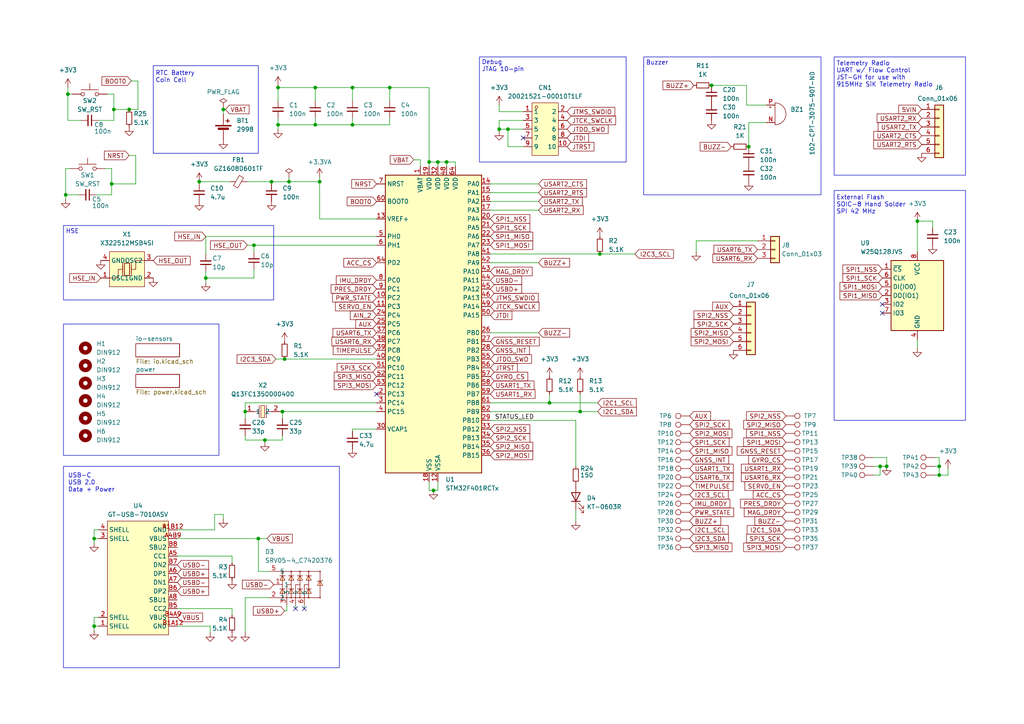
<source format=kicad_sch>
(kicad_sch (version 20230121) (generator eeschema)
  (paper "A4")
  (junction (at 74.93 156.21))
  (junction (at 37.465 31.75))
  (junction (at 81.915 119.38))
  (junction (at 19.05 56.515))
  (junction (at 80.645 36.195))
  (junction (at 80.645 25.4))
  (junction (at 73.66 71.12))
  (junction (at 159.385 116.84))
  (junction (at 125.73 142.24))
  (junction (at 32.385 53.34))
  (junction (at 33.02 31.75))
  (junction (at 102.235 36.195))
  (junction (at 129.54 46.99))
  (junction (at 19.685 27.305))
  (junction (at 78.74 52.705))
  (junction (at 64.77 31.75))
  (junction (at 91.44 36.195))
  (junction (at 113.03 25.4))
  (junction (at 257.175 135.255))
  (junction (at 173.99 73.66))
  (junction (at 168.275 119.38))
  (junction (at 127 46.99))
  (junction (at 124.46 46.99))
  (junction (at 71.12 119.38))
  (junction (at 27.305 156.21))
  (junction (at 59.69 80.645))
  (junction (at 27.305 181.61))
  (junction (at 144.78 37.465))
  (junction (at 83.82 52.705))
  (junction (at 266.065 64.135))
  (junction (at 82.55 104.14))
  (junction (at 76.835 127.635))
  (junction (at 217.17 42.545))
  (junction (at 92.71 52.705))
  (junction (at 147.32 37.465))
  (junction (at 102.235 25.4))
  (junction (at 255.27 135.255))
  (junction (at 272.415 135.255))
  (junction (at 272.415 137.795))
  (junction (at 206.375 24.765))
  (junction (at 57.785 52.705))
  (junction (at 91.44 25.4))
  (no_connect (at 151.765 40.005))
  (no_connect (at 109.22 114.3))
  (no_connect (at 255.905 90.805))
  (no_connect (at 255.905 88.265))
  (no_connect (at 85.725 176.53))
  (no_connect (at 88.265 176.53))
  (wire (pts (xy 156.21 53.34) (xy 142.24 53.34)))
  (wire (pts (xy 91.44 25.4) (xy 102.235 25.4)))
  (wire (pts (xy 168.275 119.38) (xy 142.24 119.38)))
  (wire (pts (xy 102.235 34.29) (xy 102.235 36.195)))
  (wire (pts (xy 92.71 63.5) (xy 92.71 52.705)))
  (wire (pts (xy 167.005 147.955) (xy 167.005 151.13)))
  (wire (pts (xy 144.78 32.385) (xy 144.78 30.48)))
  (wire (pts (xy 83.185 175.645) (xy 83.185 177.165)))
  (wire (pts (xy 159.385 114.3) (xy 159.385 116.84)))
  (wire (pts (xy 59.69 80.645) (xy 73.66 80.645)))
  (wire (pts (xy 81.915 121.285) (xy 81.915 119.38)))
  (wire (pts (xy 33.02 34.925) (xy 33.02 31.75)))
  (wire (pts (xy 39.37 45.085) (xy 37.465 45.085)))
  (wire (pts (xy 109.22 71.12) (xy 73.66 71.12)))
  (wire (pts (xy 77.47 156.21) (xy 74.93 156.21)))
  (wire (pts (xy 102.235 25.4) (xy 102.235 29.21)))
  (wire (pts (xy 39.37 45.085) (xy 39.37 53.34)))
  (wire (pts (xy 33.02 31.75) (xy 37.465 31.75)))
  (wire (pts (xy 92.71 51.435) (xy 92.71 52.705)))
  (wire (pts (xy 206.375 24.765) (xy 216.535 24.765)))
  (wire (pts (xy 147.32 37.465) (xy 144.78 37.465)))
  (wire (pts (xy 28.575 181.61) (xy 27.305 181.61)))
  (wire (pts (xy 27.305 153.67) (xy 27.305 156.21)))
  (wire (pts (xy 253.365 137.795) (xy 255.27 137.795)))
  (wire (pts (xy 91.44 36.195) (xy 102.235 36.195)))
  (wire (pts (xy 74.93 165.735) (xy 78.105 165.735)))
  (wire (pts (xy 19.05 57.785) (xy 19.05 56.515)))
  (wire (pts (xy 64.77 149.225) (xy 64.77 150.495)))
  (wire (pts (xy 156.21 96.52) (xy 142.24 96.52)))
  (wire (pts (xy 28.575 153.67) (xy 27.305 153.67)))
  (wire (pts (xy 173.355 116.84) (xy 159.385 116.84)))
  (wire (pts (xy 66.675 52.705) (xy 57.785 52.705)))
  (wire (pts (xy 121.92 46.355) (xy 120.015 46.355)))
  (wire (pts (xy 156.21 76.2) (xy 142.24 76.2)))
  (wire (pts (xy 274.955 137.795) (xy 274.955 135.89)))
  (wire (pts (xy 81.915 119.38) (xy 109.22 119.38)))
  (wire (pts (xy 102.235 124.46) (xy 102.235 125.095)))
  (wire (pts (xy 271.145 132.715) (xy 272.415 132.715)))
  (wire (pts (xy 20.955 27.305) (xy 19.685 27.305)))
  (wire (pts (xy 64.77 31.115) (xy 64.77 31.75)))
  (wire (pts (xy 216.535 30.48) (xy 222.25 30.48)))
  (wire (pts (xy 127 48.26) (xy 127 46.99)))
  (wire (pts (xy 59.69 81.915) (xy 59.69 80.645)))
  (wire (pts (xy 67.31 163.195) (xy 67.31 161.29)))
  (wire (pts (xy 109.22 63.5) (xy 92.71 63.5)))
  (wire (pts (xy 201.93 73.025) (xy 201.93 69.85)))
  (wire (pts (xy 109.22 124.46) (xy 102.235 124.46)))
  (wire (pts (xy 80.645 36.195) (xy 91.44 36.195)))
  (wire (pts (xy 80.01 104.14) (xy 82.55 104.14)))
  (wire (pts (xy 31.115 27.305) (xy 33.02 27.305)))
  (wire (pts (xy 127 46.99) (xy 129.54 46.99)))
  (wire (pts (xy 28.575 156.21) (xy 27.305 156.21)))
  (wire (pts (xy 253.365 135.255) (xy 255.27 135.255)))
  (wire (pts (xy 91.44 25.4) (xy 91.44 29.21)))
  (wire (pts (xy 167.005 121.92) (xy 167.005 135.255)))
  (wire (pts (xy 266.065 73.025) (xy 266.065 64.135)))
  (wire (pts (xy 144.78 34.925) (xy 144.78 37.465)))
  (wire (pts (xy 142.24 121.92) (xy 167.005 121.92)))
  (wire (pts (xy 73.66 71.12) (xy 71.755 71.12)))
  (wire (pts (xy 28.575 179.07) (xy 27.305 179.07)))
  (wire (pts (xy 272.415 132.715) (xy 272.415 135.255)))
  (wire (pts (xy 73.66 78.105) (xy 73.66 80.645)))
  (wire (pts (xy 19.05 56.515) (xy 22.86 56.515)))
  (wire (pts (xy 74.93 156.21) (xy 74.93 165.735)))
  (wire (pts (xy 19.05 48.895) (xy 19.05 56.515)))
  (wire (pts (xy 144.78 37.465) (xy 144.78 38.1)))
  (wire (pts (xy 151.765 37.465) (xy 147.32 37.465)))
  (wire (pts (xy 216.535 24.765) (xy 216.535 30.48)))
  (wire (pts (xy 102.235 25.4) (xy 113.03 25.4)))
  (wire (pts (xy 71.12 183.515) (xy 71.12 173.355)))
  (wire (pts (xy 201.93 69.85) (xy 219.71 69.85)))
  (wire (pts (xy 124.46 142.24) (xy 125.73 142.24)))
  (wire (pts (xy 62.23 149.225) (xy 64.77 149.225)))
  (wire (pts (xy 67.31 178.435) (xy 67.31 176.53)))
  (wire (pts (xy 85.725 175.645) (xy 85.725 176.53)))
  (wire (pts (xy 76.835 127.635) (xy 71.12 127.635)))
  (wire (pts (xy 270.51 64.135) (xy 270.51 66.04)))
  (wire (pts (xy 217.17 35.56) (xy 217.17 42.545)))
  (wire (pts (xy 124.46 46.99) (xy 127 46.99)))
  (wire (pts (xy 83.82 51.435) (xy 83.82 52.705)))
  (wire (pts (xy 156.21 60.96) (xy 142.24 60.96)))
  (wire (pts (xy 27.305 156.21) (xy 27.305 157.48)))
  (wire (pts (xy 71.12 127.635) (xy 71.12 126.365)))
  (wire (pts (xy 272.415 137.795) (xy 271.145 137.795)))
  (wire (pts (xy 32.385 53.34) (xy 39.37 53.34)))
  (wire (pts (xy 62.23 153.67) (xy 62.23 149.225)))
  (wire (pts (xy 30.48 48.895) (xy 32.385 48.895)))
  (wire (pts (xy 80.645 34.29) (xy 80.645 36.195)))
  (wire (pts (xy 71.755 52.705) (xy 78.74 52.705)))
  (wire (pts (xy 27.305 181.61) (xy 27.305 182.88)))
  (wire (pts (xy 173.355 119.38) (xy 168.275 119.38)))
  (wire (pts (xy 272.415 137.795) (xy 274.955 137.795)))
  (wire (pts (xy 32.385 53.34) (xy 32.385 48.895)))
  (wire (pts (xy 59.69 78.74) (xy 59.69 80.645)))
  (wire (pts (xy 156.21 58.42) (xy 142.24 58.42)))
  (wire (pts (xy 71.12 116.84) (xy 71.12 119.38)))
  (wire (pts (xy 159.385 116.84) (xy 142.24 116.84)))
  (wire (pts (xy 88.265 175.645) (xy 88.265 176.53)))
  (wire (pts (xy 102.235 36.195) (xy 113.03 36.195)))
  (wire (pts (xy 78.74 52.705) (xy 78.74 53.34)))
  (wire (pts (xy 27.94 56.515) (xy 32.385 56.515)))
  (wire (pts (xy 81.28 119.38) (xy 81.915 119.38)))
  (wire (pts (xy 28.575 34.925) (xy 33.02 34.925)))
  (wire (pts (xy 255.27 137.795) (xy 255.27 135.255)))
  (wire (pts (xy 74.93 156.21) (xy 51.435 156.21)))
  (wire (pts (xy 129.54 48.26) (xy 129.54 46.99)))
  (wire (pts (xy 20.32 48.895) (xy 19.05 48.895)))
  (wire (pts (xy 78.74 52.705) (xy 83.82 52.705)))
  (wire (pts (xy 64.77 31.75) (xy 65.405 31.75)))
  (wire (pts (xy 132.08 46.99) (xy 129.54 46.99)))
  (wire (pts (xy 147.32 42.545) (xy 147.32 37.465)))
  (wire (pts (xy 173.99 73.66) (xy 184.15 73.66)))
  (wire (pts (xy 19.685 34.925) (xy 23.495 34.925)))
  (wire (pts (xy 73.66 71.12) (xy 73.66 73.025)))
  (wire (pts (xy 222.25 35.56) (xy 217.17 35.56)))
  (wire (pts (xy 124.46 25.4) (xy 124.46 46.99)))
  (wire (pts (xy 91.44 34.29) (xy 91.44 36.195)))
  (wire (pts (xy 113.03 25.4) (xy 113.03 29.21)))
  (wire (pts (xy 255.27 135.255) (xy 257.175 135.255)))
  (wire (pts (xy 40.005 23.495) (xy 38.1 23.495)))
  (wire (pts (xy 272.415 135.255) (xy 272.415 137.795)))
  (wire (pts (xy 121.92 48.26) (xy 121.92 46.355)))
  (wire (pts (xy 271.145 135.255) (xy 272.415 135.255)))
  (wire (pts (xy 37.465 31.75) (xy 40.005 31.75)))
  (wire (pts (xy 124.46 25.4) (xy 113.03 25.4)))
  (wire (pts (xy 67.31 161.29) (xy 51.435 161.29)))
  (wire (pts (xy 266.065 64.135) (xy 270.51 64.135)))
  (wire (pts (xy 59.69 68.58) (xy 59.69 73.66)))
  (wire (pts (xy 168.275 114.3) (xy 168.275 119.38)))
  (wire (pts (xy 266.065 100.965) (xy 266.065 98.425)))
  (wire (pts (xy 51.435 181.61) (xy 60.96 181.61)))
  (wire (pts (xy 71.12 173.355) (xy 78.105 173.355)))
  (wire (pts (xy 124.46 48.26) (xy 124.46 46.99)))
  (wire (pts (xy 80.645 37.465) (xy 80.645 36.195)))
  (wire (pts (xy 156.21 55.88) (xy 142.24 55.88)))
  (wire (pts (xy 71.12 116.84) (xy 109.22 116.84)))
  (wire (pts (xy 33.02 31.75) (xy 33.02 27.305)))
  (wire (pts (xy 67.31 176.53) (xy 51.435 176.53)))
  (wire (pts (xy 82.55 104.14) (xy 109.22 104.14)))
  (wire (pts (xy 32.385 56.515) (xy 32.385 53.34)))
  (wire (pts (xy 64.77 33.02) (xy 64.77 31.75)))
  (wire (pts (xy 132.08 48.26) (xy 132.08 46.99)))
  (wire (pts (xy 27.305 179.07) (xy 27.305 181.61)))
  (wire (pts (xy 57.785 52.705) (xy 57.785 53.34)))
  (wire (pts (xy 51.435 153.67) (xy 62.23 153.67)))
  (wire (pts (xy 253.365 132.715) (xy 257.175 132.715)))
  (wire (pts (xy 151.765 34.925) (xy 144.78 34.925)))
  (wire (pts (xy 144.78 32.385) (xy 151.765 32.385)))
  (wire (pts (xy 81.915 127.635) (xy 76.835 127.635)))
  (wire (pts (xy 124.46 139.7) (xy 124.46 142.24)))
  (wire (pts (xy 80.645 29.21) (xy 80.645 25.4)))
  (wire (pts (xy 113.03 36.195) (xy 113.03 34.29)))
  (wire (pts (xy 83.82 52.705) (xy 92.71 52.705)))
  (wire (pts (xy 127 139.7) (xy 127 142.24)))
  (wire (pts (xy 257.175 132.715) (xy 257.175 135.255)))
  (wire (pts (xy 40.005 23.495) (xy 40.005 31.75)))
  (wire (pts (xy 71.12 121.285) (xy 71.12 119.38)))
  (wire (pts (xy 59.69 68.58) (xy 109.22 68.58)))
  (wire (pts (xy 80.645 25.4) (xy 91.44 25.4)))
  (wire (pts (xy 81.915 127.635) (xy 81.915 126.365)))
  (wire (pts (xy 82.55 177.165) (xy 83.185 177.165)))
  (wire (pts (xy 142.24 73.66) (xy 173.99 73.66)))
  (wire (pts (xy 60.96 181.61) (xy 60.96 183.515)))
  (wire (pts (xy 125.73 142.24) (xy 127 142.24)))
  (wire (pts (xy 76.835 128.27) (xy 76.835 127.635)))
  (wire (pts (xy 80.645 24.765) (xy 80.645 25.4)))
  (wire (pts (xy 151.765 42.545) (xy 147.32 42.545)))
  (wire (pts (xy 19.685 25.4) (xy 19.685 27.305)))
  (wire (pts (xy 19.685 27.305) (xy 19.685 34.925)))
  (rectangle (start 241.935 55.245) (end 280.035 121.92))
  (rectangle (start 139.065 16.51) (end 181.61 46.99))
  (rectangle (start 18.415 93.98) (end 63.5 132.08))
  (rectangle (start 241.935 16.51) (end 280.035 50.8))
  (rectangle (start 18.415 65.405) (end 79.375 86.995))
  (rectangle (start 186.69 16.51) (end 238.125 56.515))
  (rectangle (start 44.45 19.05) (end 74.93 44.45))
  (rectangle (start 18.415 135.255) (end 98.425 193.675))
  (text "HSE" (at 19.05 67.945 0) (effects (font (size 1.27 1.27)) (justify left bottom)))
  (text "RTC Battery\nCoin Cell " (at 45.085 24.13 0) (effects (font (size 1.27 1.27)) (justify left bottom)))
  (text "Debug\nJTAG 10-pin" (at 139.7 20.955 0) (effects (font (size 1.27 1.27)) (justify left bottom)))
  (text "Buzzer" (at 187.325 19.05 0) (effects (font (size 1.27 1.27)) (justify left bottom)))
  (text "External Flash\nSOIC-8 Hand Solder\nSPI 42 MHz" (at 242.57 62.23 0) (effects (font (size 1.27 1.27)) (justify left bottom)))
  (text "Telemetry Radio\nUART w/ Flow Control\nJST-GH for use with\n915MHz SiK Telemetry Radio" (at 242.57 25.4 0) (effects (font (size 1.27 1.27)) (justify left bottom)))
  (text "USB-C\nUSB 2.0\nData + Power" (at 19.685 142.875 0) (effects (font (size 1.27 1.27)) (justify left bottom)))
  (label "STATUS_LED" (at 143.51 121.92 0))
  (global_label "I2C3_SDA" (shape input) (at 200.025 156.21 0) (property "Intersheetrefs" "${INTERSHEET_REFS}" (effects hide)))
  (global_label "SPI1_MOSI" (shape input) (at 227.965 128.27 180) (property "Intersheetrefs" "${INTERSHEET_REFS}" (effects hide)))
  (global_label "SPI2_NSS" (shape input) (at 142.24 124.46 0) (property "Intersheetrefs" "${INTERSHEET_REFS}" (effects hide)))
  (global_label "I2C1_SDA" (shape input) (at 173.355 119.38 0) (property "Intersheetrefs" "${INTERSHEET_REFS}" (effects hide)))
  (global_label "SPI1_SCK" (shape input) (at 200.025 128.27 0) (property "Intersheetrefs" "${INTERSHEET_REFS}" (effects hide)))
  (global_label "JTMS_SWDIO" (shape input) (at 164.465 32.385 0) (property "Intersheetrefs" "${INTERSHEET_REFS}" (effects hide)))
  (global_label "PWR_STATE" (shape input) (at 200.025 148.59 0) (property "Intersheetrefs" "${INTERSHEET_REFS}" (effects hide)))
  (global_label "JTDI" (shape input) (at 164.465 40.005 0) (property "Intersheetrefs" "${INTERSHEET_REFS}" (effects hide)))
  (global_label "IMU_DRDY" (shape input) (at 109.22 81.28 180) (property "Intersheetrefs" "${INTERSHEET_REFS}" (effects hide)))
  (global_label "BUZZ+" (shape input) (at 200.025 151.13 0) (property "Intersheetrefs" "${INTERSHEET_REFS}" (effects hide)))
  (global_label "USBD+" (shape input) (at 51.435 171.45 0) (property "Intersheetrefs" "${INTERSHEET_REFS}" (effects hide)))
  (global_label "VBUS" (shape input) (at 51.435 179.07 0) (property "Intersheetrefs" "${INTERSHEET_REFS}" (effects hide)))
  (global_label "IMU_DRDY" (shape input) (at 200.025 146.05 0) (property "Intersheetrefs" "${INTERSHEET_REFS}" (effects hide)))
  (global_label "SPI1_MISO" (shape input) (at 200.025 130.81 0) (property "Intersheetrefs" "${INTERSHEET_REFS}" (effects hide)))
  (global_label "JTCK_SWCLK" (shape input) (at 164.465 34.925 0) (property "Intersheetrefs" "${INTERSHEET_REFS}" (effects hide)))
  (global_label "I2C3_SCL" (shape input) (at 200.025 143.51 0) (property "Intersheetrefs" "${INTERSHEET_REFS}" (effects hide)))
  (global_label "BUZZ-" (shape input) (at 212.09 42.545 180) (property "Intersheetrefs" "${INTERSHEET_REFS}" (effects hide)))
  (global_label "SPI2_MOSI" (shape input) (at 200.025 125.73 0) (property "Intersheetrefs" "${INTERSHEET_REFS}" (effects hide)))
  (global_label "SPI2_MISO" (shape input) (at 227.965 123.19 180) (property "Intersheetrefs" "${INTERSHEET_REFS}" (effects hide)))
  (global_label "I2C3_SCL" (shape input) (at 184.15 73.66 0) (property "Intersheetrefs" "${INTERSHEET_REFS}" (effects hide)))
  (global_label "HSE_OUT" (shape input) (at 71.755 71.12 180) (property "Intersheetrefs" "${INTERSHEET_REFS}" (effects hide)))
  (global_label "JTRST" (shape input) (at 142.24 106.68 0) (property "Intersheetrefs" "${INTERSHEET_REFS}" (effects hide)))
  (global_label "BUZZ-" (shape input) (at 156.21 96.52 0) (property "Intersheetrefs" "${INTERSHEET_REFS}" (effects hide)))
  (global_label "AUX" (shape input) (at 212.725 88.9 180) (property "Intersheetrefs" "${INTERSHEET_REFS}" (effects hide)))
  (global_label "NRST" (shape input) (at 109.22 53.34 180) (property "Intersheetrefs" "${INTERSHEET_REFS}" (effects hide)))
  (global_label "USART2_TX" (shape input) (at 156.21 58.42 0) (property "Intersheetrefs" "${INTERSHEET_REFS}" (effects hide)))
  (global_label "BUZZ+" (shape input) (at 156.21 76.2 0) (property "Intersheetrefs" "${INTERSHEET_REFS}" (effects hide)))
  (global_label "MAG_DRDY" (shape input) (at 142.24 78.74 0) (property "Intersheetrefs" "${INTERSHEET_REFS}" (effects hide)))
  (global_label "USBD+" (shape input) (at 142.24 83.82 0) (property "Intersheetrefs" "${INTERSHEET_REFS}" (effects hide)))
  (global_label "GNSS_RESET" (shape input) (at 227.965 130.81 180) (property "Intersheetrefs" "${INTERSHEET_REFS}" (effects hide)))
  (global_label "SPI2_MOSI" (shape input) (at 212.725 99.06 180) (property "Intersheetrefs" "${INTERSHEET_REFS}" (effects hide)))
  (global_label "USART6_RX" (shape input) (at 227.965 138.43 180) (property "Intersheetrefs" "${INTERSHEET_REFS}" (effects hide)))
  (global_label "JTDO_SWO" (shape input) (at 164.465 37.465 0) (property "Intersheetrefs" "${INTERSHEET_REFS}" (effects hide)))
  (global_label "TIMEPULSE" (shape input) (at 200.025 140.97 0) (property "Intersheetrefs" "${INTERSHEET_REFS}" (effects hide)))
  (global_label "GNSS_INT" (shape input) (at 142.24 101.6 0) (property "Intersheetrefs" "${INTERSHEET_REFS}" (effects hide)))
  (global_label "SPI2_SCK" (shape input) (at 212.725 93.98 180) (property "Intersheetrefs" "${INTERSHEET_REFS}" (effects hide)))
  (global_label "USBD-" (shape input) (at 51.435 168.91 0) (property "Intersheetrefs" "${INTERSHEET_REFS}" (effects hide)))
  (global_label "I2C1_SCL" (shape input) (at 200.025 153.67 0) (property "Intersheetrefs" "${INTERSHEET_REFS}" (effects hide)))
  (global_label "JTCK_SWCLK" (shape input) (at 142.24 88.9 0) (property "Intersheetrefs" "${INTERSHEET_REFS}" (effects hide)))
  (global_label "SPI1_MOSI" (shape input) (at 255.905 83.185 180) (property "Intersheetrefs" "${INTERSHEET_REFS}" (effects hide)))
  (global_label "AIN_2" (shape input) (at 109.22 91.44 180) (property "Intersheetrefs" "${INTERSHEET_REFS}" (effects hide)))
  (global_label "I2C1_SCL" (shape input) (at 173.355 116.84 0) (property "Intersheetrefs" "${INTERSHEET_REFS}" (effects hide)))
  (global_label "AUX" (shape input) (at 200.025 120.65 0) (property "Intersheetrefs" "${INTERSHEET_REFS}" (effects hide)))
  (global_label "GYRO_CS" (shape input) (at 142.24 109.22 0) (property "Intersheetrefs" "${INTERSHEET_REFS}" (effects hide)))
  (global_label "I2C1_SDA" (shape input) (at 227.965 153.67 180) (property "Intersheetrefs" "${INTERSHEET_REFS}" (effects hide)))
  (global_label "USART1_TX" (shape input) (at 200.025 135.89 0) (property "Intersheetrefs" "${INTERSHEET_REFS}" (effects hide)))
  (global_label "SPI2_SCK" (shape input) (at 142.24 127 0) (property "Intersheetrefs" "${INTERSHEET_REFS}" (effects hide)))
  (global_label "USART6_TX" (shape input) (at 109.22 96.52 180) (property "Intersheetrefs" "${INTERSHEET_REFS}" (effects hide)))
  (global_label "VBUS" (shape input) (at 77.47 156.21 0) (property "Intersheetrefs" "${INTERSHEET_REFS}" (effects hide)))
  (global_label "USART1_TX" (shape input) (at 142.24 111.76 0) (property "Intersheetrefs" "${INTERSHEET_REFS}" (effects hide)))
  (global_label "HSE_IN" (shape input) (at 59.69 68.58 180) (property "Intersheetrefs" "${INTERSHEET_REFS}" (effects hide)))
  (global_label "AUX" (shape input) (at 109.22 93.98 180) (property "Intersheetrefs" "${INTERSHEET_REFS}" (effects hide)))
  (global_label "ACC_CS" (shape input) (at 109.22 76.2 180) (property "Intersheetrefs" "${INTERSHEET_REFS}" (effects hide)))
  (global_label "USART2_TX" (shape input) (at 267.335 36.83 180) (property "Intersheetrefs" "${INTERSHEET_REFS}" (effects hide)))
  (global_label "HSE_IN" (shape input) (at 29.21 80.645 180) (property "Intersheetrefs" "${INTERSHEET_REFS}" (effects hide)))
  (global_label "USART2_RTS" (shape input) (at 156.21 55.88 0) (property "Intersheetrefs" "${INTERSHEET_REFS}" (effects hide)))
  (global_label "USART2_RX" (shape input) (at 267.335 34.29 180) (property "Intersheetrefs" "${INTERSHEET_REFS}" (effects hide)))
  (global_label "BUZZ+" (shape input) (at 201.295 24.765 180) (property "Intersheetrefs" "${INTERSHEET_REFS}" (effects hide)))
  (global_label "SPI2_MOSI" (shape input) (at 142.24 132.08 0) (property "Intersheetrefs" "${INTERSHEET_REFS}" (effects hide)))
  (global_label "USART2_RX" (shape input) (at 156.21 60.96 0) (property "Intersheetrefs" "${INTERSHEET_REFS}" (effects hide)))
  (global_label "JTRST" (shape input) (at 164.465 42.545 0) (property "Intersheetrefs" "${INTERSHEET_REFS}" (effects hide)))
  (global_label "JTDO_SWO" (shape input) (at 142.24 104.14 0) (property "Intersheetrefs" "${INTERSHEET_REFS}" (effects hide)))
  (global_label "SPI3_MISO" (shape input) (at 200.025 158.75 0) (property "Intersheetrefs" "${INTERSHEET_REFS}" (effects hide)))
  (global_label "USART2_CTS" (shape input) (at 156.21 53.34 0) (property "Intersheetrefs" "${INTERSHEET_REFS}" (effects hide)))
  (global_label "USART1_RX" (shape input) (at 142.24 114.3 0) (property "Intersheetrefs" "${INTERSHEET_REFS}" (effects hide)))
  (global_label "GNSS_INT" (shape input) (at 200.025 133.35 0) (property "Intersheetrefs" "${INTERSHEET_REFS}" (effects hide)))
  (global_label "USBD-" (shape input) (at 142.24 81.28 0) (property "Intersheetrefs" "${INTERSHEET_REFS}" (effects hide)))
  (global_label "SPI1_NSS" (shape input) (at 255.905 78.105 180) (property "Intersheetrefs" "${INTERSHEET_REFS}" (effects hide)))
  (global_label "USART6_RX" (shape input) (at 109.22 99.06 180) (property "Intersheetrefs" "${INTERSHEET_REFS}" (effects hide)))
  (global_label "PRES_DRDY" (shape input) (at 227.965 146.05 180) (property "Intersheetrefs" "${INTERSHEET_REFS}" (effects hide)))
  (global_label "USART6_TX" (shape input) (at 219.71 72.39 180) (property "Intersheetrefs" "${INTERSHEET_REFS}" (effects hide)))
  (global_label "SPI2_NSS" (shape input) (at 227.965 120.65 180) (property "Intersheetrefs" "${INTERSHEET_REFS}" (effects hide)))
  (global_label "SPI2_MISO" (shape input) (at 142.24 129.54 0) (property "Intersheetrefs" "${INTERSHEET_REFS}" (effects hide)))
  (global_label "VBAT" (shape input) (at 65.405 31.75 0) (property "Intersheetrefs" "${INTERSHEET_REFS}" (effects hide)))
  (global_label "USART2_CTS" (shape input) (at 267.335 39.37 180) (property "Intersheetrefs" "${INTERSHEET_REFS}" (effects hide)))
  (global_label "SPI3_SCK" (shape input) (at 227.965 156.21 180) (property "Intersheetrefs" "${INTERSHEET_REFS}" (effects hide)))
  (global_label "USART2_RTS" (shape input) (at 267.335 41.91 180) (property "Intersheetrefs" "${INTERSHEET_REFS}" (effects hide)))
  (global_label "NRST" (shape input) (at 37.465 45.085 180) (property "Intersheetrefs" "${INTERSHEET_REFS}" (effects hide)))
  (global_label "USBD-" (shape input) (at 79.375 169.545 180) (property "Intersheetrefs" "${INTERSHEET_REFS}" (effects hide)))
  (global_label "SPI1_NSS" (shape input) (at 227.965 125.73 180) (property "Intersheetrefs" "${INTERSHEET_REFS}" (effects hide)))
  (global_label "SPI1_MISO" (shape input) (at 142.24 68.58 0) (property "Intersheetrefs" "${INTERSHEET_REFS}" (effects hide)))
  (global_label "GYRO_CS" (shape input) (at 227.965 133.35 180) (property "Intersheetrefs" "${INTERSHEET_REFS}" (effects hide)))
  (global_label "SPI1_MISO" (shape input) (at 255.905 85.725 180) (property "Intersheetrefs" "${INTERSHEET_REFS}" (effects hide)))
  (global_label "SPI1_SCK" (shape input) (at 142.24 66.04 0) (property "Intersheetrefs" "${INTERSHEET_REFS}" (effects hide)))
  (global_label "SERVO_EN" (shape input) (at 227.965 140.97 180) (property "Intersheetrefs" "${INTERSHEET_REFS}" (effects hide)))
  (global_label "SPI3_SCK" (shape input) (at 109.22 106.68 180) (property "Intersheetrefs" "${INTERSHEET_REFS}" (effects hide)))
  (global_label "HSE_OUT" (shape input) (at 44.45 75.565 0) (property "Intersheetrefs" "${INTERSHEET_REFS}" (effects hide)))
  (global_label "PRES_DRDY" (shape input) (at 109.22 83.82 180) (property "Intersheetrefs" "${INTERSHEET_REFS}" (effects hide)))
  (global_label "SPI3_MISO" (shape input) (at 109.22 109.22 180) (property "Intersheetrefs" "${INTERSHEET_REFS}" (effects hide)))
  (global_label "USART6_RX" (shape input) (at 219.71 74.93 180) (property "Intersheetrefs" "${INTERSHEET_REFS}" (effects hide)))
  (global_label "USBD-" (shape input) (at 51.435 163.83 0) (property "Intersheetrefs" "${INTERSHEET_REFS}" (effects hide)))
  (global_label "BUZZ-" (shape input) (at 227.965 151.13 180) (property "Intersheetrefs" "${INTERSHEET_REFS}" (effects hide)))
  (global_label "SPI2_SCK" (shape input) (at 200.025 123.19 0) (property "Intersheetrefs" "${INTERSHEET_REFS}" (effects hide)))
  (global_label "SERVO_EN" (shape input) (at 109.22 88.9 180) (property "Intersheetrefs" "${INTERSHEET_REFS}" (effects hide)))
  (global_label "TIMEPULSE" (shape input) (at 109.22 101.6 180) (property "Intersheetrefs" "${INTERSHEET_REFS}" (effects hide)))
  (global_label "I2C3_SDA" (shape input) (at 80.01 104.14 180) (property "Intersheetrefs" "${INTERSHEET_REFS}" (effects hide)))
  (global_label "SPI2_MISO" (shape input) (at 212.725 96.52 180) (property "Intersheetrefs" "${INTERSHEET_REFS}" (effects hide)))
  (global_label "SPI1_NSS" (shape input) (at 142.24 63.5 0) (property "Intersheetrefs" "${INTERSHEET_REFS}" (effects hide)))
  (global_label "VBAT" (shape input) (at 120.015 46.355 180) (property "Intersheetrefs" "${INTERSHEET_REFS}" (effects hide)))
  (global_label "JTDI" (shape input) (at 142.24 91.44 0) (property "Intersheetrefs" "${INTERSHEET_REFS}" (effects hide)))
  (global_label "SPI3_MOSI" (shape input) (at 227.965 158.75 180) (property "Intersheetrefs" "${INTERSHEET_REFS}" (effects hide)))
  (global_label "BOOT0" (shape input) (at 38.1 23.495 180) (property "Intersheetrefs" "${INTERSHEET_REFS}" (effects hide)))
  (global_label "5VIN" (shape input) (at 267.335 31.75 180) (property "Intersheetrefs" "${INTERSHEET_REFS}" (effects hide)))
  (global_label "USBD+" (shape input) (at 51.435 166.37 0) (property "Intersheetrefs" "${INTERSHEET_REFS}" (effects hide)))
  (global_label "BOOT0" (shape input) (at 109.22 58.42 180) (property "Intersheetrefs" "${INTERSHEET_REFS}" (effects hide)))
  (global_label "JTMS_SWDIO" (shape input) (at 142.24 86.36 0) (property "Intersheetrefs" "${INTERSHEET_REFS}" (effects hide)))
  (global_label "SPI3_MOSI" (shape input) (at 109.22 111.76 180) (property "Intersheetrefs" "${INTERSHEET_REFS}" (effects hide)))
  (global_label "PWR_STATE" (shape input) (at 109.22 86.36 180) (property "Intersheetrefs" "${INTERSHEET_REFS}" (effects hide)))
  (global_label "MAG_DRDY" (shape input) (at 227.965 148.59 180) (property "Intersheetrefs" "${INTERSHEET_REFS}" (effects hide)))
  (global_label "USBD+" (shape input) (at 82.55 177.165 180) (property "Intersheetrefs" "${INTERSHEET_REFS}" (effects hide)))
  (global_label "SPI2_NSS" (shape input) (at 212.725 91.44 180) (property "Intersheetrefs" "${INTERSHEET_REFS}" (effects hide)))
  (global_label "ACC_CS" (shape input) (at 227.965 143.51 180) (property "Intersheetrefs" "${INTERSHEET_REFS}" (effects hide)))
  (global_label "USART1_RX" (shape input) (at 227.965 135.89 180) (property "Intersheetrefs" "${INTERSHEET_REFS}" (effects hide)))
  (global_label "USART6_TX" (shape input) (at 200.025 138.43 0) (property "Intersheetrefs" "${INTERSHEET_REFS}" (effects hide)))
  (global_label "SPI1_MOSI" (shape input) (at 142.24 71.12 0) (property "Intersheetrefs" "${INTERSHEET_REFS}" (effects hide)))
  (global_label "SPI1_SCK" (shape input) (at 255.905 80.645 180) (property "Intersheetrefs" "${INTERSHEET_REFS}" (effects hide)))
  (global_label "GNSS_RESET" (shape input) (at 142.24 99.06 0) (property "Intersheetrefs" "${INTERSHEET_REFS}" (effects hide)))
  (symbol (lib_id "power:+3V3") (at 274.955 135.89 0) (unit 1)
    (property "Reference" "#PWR098" (effects hide))
    (property "Value" "+3V3" (at 274.955 130.81 0))
  )
  (symbol (lib_id "Device:R_Small") (at 167.005 137.795 0) (unit 1)
    (property "Reference" "R24" (at 168.275 135.89 0) (effects (justify left)))
    (property "Value" "150" (at 168.275 137.795 0) (effects (justify left)))
    (property "Footprint" "Resistor_SMD:R_0603_1608Metric" (effects hide))
  )
  (symbol (lib_id "Connector:TestPoint") (at 253.365 135.255 90) (unit 1)
    (property "Reference" "TP39" (at 246.38 135.255 90))
    (property "Value" "TestPoint" (effects hide))
    (property "Footprint" "TestPoint:TestPoint_Pad_D1.0mm" (effects hide))
  )
  (symbol (lib_id "Memory_Flash:W25Q128JVS") (at 266.065 85.725 0) (unit 1)
    (property "Reference" "U9" (at 249.555 70.485 0) (effects (justify left)))
    (property "Value" "W25Q128JVS" (at 249.555 73.025 0) (effects (justify left)))
    (property "Footprint" "Package_SO:SOIC-8_5.23x5.23mm_P1.27mm" (effects hide))
    (property "Datasheet" "http://www.winbond.com/resource-files/w25q128jv_dtr%20revc%2003272018%20plus.pdf" (effects hide))
  )
  (symbol (lib_id "power:GND") (at 29.21 75.565 0) (unit 1)
    (property "Reference" "#PWR013" (effects hide))
    (property "Value" "GND" (effects hide))
  )
  (symbol (lib_id "Connector:TestPoint") (at 200.025 130.81 90) (unit 1)
    (property "Reference" "TP14" (at 193.04 130.81 90))
    (property "Value" "TestPoint" (effects hide))
    (property "Footprint" "TestPoint:TestPoint_Pad_D1.0mm" (effects hide))
  )
  (symbol (lib_id "power:GND") (at 64.77 40.64 0) (unit 1)
    (property "Reference" "#PWR010" (effects hide))
    (property "Value" "GND" (effects hide))
  )
  (symbol (lib_id "power:GND") (at 212.725 101.6 0) (unit 1)
    (property "Reference" "#PWR086" (effects hide))
    (property "Value" "GND" (effects hide))
  )
  (symbol (lib_id "Device:C_Small") (at 78.74 55.88 0) (unit 1)
    (property "Reference" "C9" (at 81.915 54.6163 0) (effects (justify left)))
    (property "Value" "100n" (at 81.915 57.1563 0) (effects (justify left)))
    (property "Footprint" "Capacitor_SMD:C_0402_1005Metric" (effects hide))
  )
  (symbol (lib_id "Connector:TestPoint") (at 227.965 130.81 270) (mirror x) (unit 1)
    (property "Reference" "TP15" (at 234.95 130.81 90))
    (property "Value" "TestPoint" (effects hide))
    (property "Footprint" "TestPoint:TestPoint_Pad_D1.0mm" (effects hide))
  )
  (symbol (lib_id "Connector:TestPoint") (at 227.965 120.65 270) (unit 1)
    (property "Reference" "TP7" (at 234.95 120.65 90))
    (property "Value" "TestPoint" (effects hide))
    (property "Footprint" "TestPoint:TestPoint_Pad_D1.0mm" (effects hide))
  )
  (symbol (lib_id "power:GND") (at 267.335 44.45 0) (unit 1)
    (property "Reference" "#PWR066" (effects hide))
    (property "Value" "GND" (effects hide))
  )
  (symbol (lib_id "power:GND") (at 201.93 73.025 0) (unit 1)
    (property "Reference" "#PWR090" (effects hide))
    (property "Value" "GND" (effects hide))
  )
  (symbol (lib_id "Device:C_Small") (at 73.66 75.565 180) (unit 1)
    (property "Reference" "C6" (at 75.565 74.295 0) (effects (justify right)))
    (property "Value" "10p" (at 75.565 76.835 0) (effects (justify right)))
    (property "Footprint" "Capacitor_SMD:C_0402_1005Metric" (effects hide))
  )
  (symbol (lib_id "power:GND") (at 59.69 81.915 0) (unit 1)
    (property "Reference" "#PWR04" (effects hide))
    (property "Value" "GND" (effects hide))
  )
  (symbol (lib_id "Connector:TestPoint") (at 200.025 123.19 90) (unit 1)
    (property "Reference" "TP8" (at 193.04 123.19 90))
    (property "Value" "TestPoint" (effects hide))
    (property "Footprint" "TestPoint:TestPoint_Pad_D1.0mm" (effects hide))
  )
  (symbol (lib_id "Connector:TestPoint") (at 200.025 135.89 90) (unit 1)
    (property "Reference" "TP18" (at 193.04 135.89 90))
    (property "Value" "TestPoint" (effects hide))
    (property "Footprint" "TestPoint:TestPoint_Pad_D1.0mm" (effects hide))
  )
  (symbol (lib_id "Connector:TestPoint") (at 200.025 156.21 90) (unit 1)
    (property "Reference" "TP34" (at 193.04 156.21 90))
    (property "Value" "TestPoint" (effects hide))
    (property "Footprint" "TestPoint:TestPoint_Pad_D1.0mm" (effects hide))
  )
  (symbol (lib_id "Connector:TestPoint") (at 227.965 128.27 270) (mirror x) (unit 1)
    (property "Reference" "TP13" (at 234.95 128.27 90))
    (property "Value" "TestPoint" (effects hide))
    (property "Footprint" "TestPoint:TestPoint_Pad_D1.0mm" (effects hide))
  )
  (symbol (lib_id "LCSC:20021521-00010T1LF") (at 158.115 37.465 0) (unit 1)
    (property "Reference" "CN1" (at 158.115 25.4 0))
    (property "Value" "20021521-00010T1LF" (at 158.115 27.94 0))
    (property "Footprint" "LCSC:IDC-SMD_10P-P1.27_X1270WVS-2X05B-6TV01" (effects hide))
    (property "LCSC Part" "C2972785" (effects hide))
  )
  (symbol (lib_id "Device:C_Small") (at 25.4 56.515 270) (unit 1)
    (property "Reference" "C5" (at 26.67 57.785 90) (effects (justify left)))
    (property "Value" "100n" (at 26.67 59.69 90) (effects (justify left)))
    (property "Footprint" "Capacitor_SMD:C_0402_1005Metric" (effects hide))
  )
  (symbol (lib_id "Connector:TestPoint") (at 227.965 156.21 270) (mirror x) (unit 1)
    (property "Reference" "TP35" (at 234.95 156.21 90))
    (property "Value" "TestPoint" (effects hide))
    (property "Footprint" "TestPoint:TestPoint_Pad_D1.0mm" (effects hide))
  )
  (symbol (lib_id "power:GND") (at 257.175 135.255 0) (unit 1)
    (property "Reference" "#PWR097" (effects hide))
    (property "Value" "GND" (effects hide))
  )
  (symbol (lib_id "Mechanical:MountingHole") (at 24.765 100.965 0) (unit 1)
    (property "Reference" "H1" (at 27.94 99.695 0) (effects (justify left)))
    (property "Value" "DIN912" (at 27.94 102.235 0) (effects (justify left)))
    (property "Footprint" "MountingHole:MountingHole_3.2mm_M3" (effects hide))
  )
  (symbol (lib_id "power:GND") (at 206.375 34.925 0) (unit 1)
    (property "Reference" "#PWR053" (effects hide))
    (property "Value" "GND" (effects hide))
  )
  (symbol (lib_id "Connector:TestPoint") (at 200.025 140.97 90) (unit 1)
    (property "Reference" "TP22" (at 193.04 140.97 90))
    (property "Value" "TestPoint" (effects hide))
    (property "Footprint" "TestPoint:TestPoint_Pad_D1.0mm" (effects hide))
  )
  (symbol (lib_id "Connector:TestPoint") (at 200.025 133.35 90) (unit 1)
    (property "Reference" "TP16" (at 193.04 133.35 90))
    (property "Value" "TestPoint" (effects hide))
    (property "Footprint" "TestPoint:TestPoint_Pad_D1.0mm" (effects hide))
  )
  (symbol (lib_id "Connector:TestPoint") (at 200.025 128.27 90) (unit 1)
    (property "Reference" "TP12" (at 193.04 128.27 90))
    (property "Value" "TestPoint" (effects hide))
    (property "Footprint" "TestPoint:TestPoint_Pad_D1.0mm" (effects hide))
  )
  (symbol (lib_id "Device:C_Small") (at 80.645 31.75 0) (unit 1)
    (property "Reference" "C1" (at 83.82 30.4863 0) (effects (justify left)))
    (property "Value" "100n" (at 83.82 33.0263 0) (effects (justify left)))
    (property "Footprint" "Capacitor_SMD:C_0402_1005Metric" (effects hide))
  )
  (symbol (lib_id "Device:C_Small") (at 217.17 45.085 0) (unit 1)
    (property "Reference" "C31" (at 220.345 43.8213 0) (effects (justify left)))
    (property "Value" "100n" (at 220.345 46.3613 0) (effects (justify left)))
    (property "Footprint" "Capacitor_SMD:C_0402_1005Metric" (effects hide))
  )
  (symbol (lib_id "Connector:TestPoint") (at 227.965 148.59 270) (mirror x) (unit 1)
    (property "Reference" "TP29" (at 234.95 148.59 90))
    (property "Value" "TestPoint" (effects hide))
    (property "Footprint" "TestPoint:TestPoint_Pad_D1.0mm" (effects hide))
  )
  (symbol (lib_id "Device:R_Small") (at 82.55 101.6 180) (unit 1)
    (property "Reference" "R1" (at 85.09 100.33 0) (effects (justify right)))
    (property "Value" "5.1K" (at 85.09 102.87 0) (effects (justify right)))
    (property "Footprint" "Resistor_SMD:R_0402_1005Metric" (effects hide))
  )
  (symbol (lib_id "Device:Battery_Cell") (at 64.77 38.1 0) (unit 1)
    (property "Reference" "BT1" (at 68.58 34.9885 0) (effects (justify left)))
    (property "Value" "2998" (at 68.58 37.5285 0) (effects (justify left)))
    (property "Footprint" "LCSC:BH-25C-1_ADM" (effects hide))
  )
  (symbol (lib_id "Device:C_Small") (at 102.235 127.635 0) (unit 1)
    (property "Reference" "C33" (at 104.14 126.365 0) (effects (justify left)))
    (property "Value" "4.7u" (at 104.14 128.905 0) (effects (justify left)))
    (property "Footprint" "Capacitor_SMD:C_0402_1005Metric" (effects hide))
  )
  (symbol (lib_id "Device:C_Small") (at 81.915 123.825 180) (unit 1)
    (property "Reference" "C25" (at 83.82 122.555 0) (effects (justify right)))
    (property "Value" "33p" (at 83.82 125.095 0) (effects (justify right)))
    (property "Footprint" "Capacitor_SMD:C_0402_1005Metric" (effects hide))
  )
  (symbol (lib_id "Device:C_Small") (at 113.03 31.75 0) (unit 1)
    (property "Reference" "C4" (at 116.205 30.4863 0) (effects (justify left)))
    (property "Value" "100n" (at 116.205 33.0263 0) (effects (justify left)))
    (property "Footprint" "Capacitor_SMD:C_0402_1005Metric" (effects hide))
  )
  (symbol (lib_id "Device:R_Small") (at 159.385 111.76 180) (unit 1)
    (property "Reference" "R12" (at 161.925 110.49 0) (effects (justify right)))
    (property "Value" "5.1K" (at 161.925 113.03 0) (effects (justify right)))
    (property "Footprint" "Resistor_SMD:R_0402_1005Metric" (effects hide))
  )
  (symbol (lib_id "Mechanical:MountingHole") (at 24.765 111.125 0) (unit 1)
    (property "Reference" "H3" (at 27.94 109.855 0) (effects (justify left)))
    (property "Value" "DIN912" (at 27.94 112.395 0) (effects (justify left)))
    (property "Footprint" "MountingHole:MountingHole_3.2mm_M3" (effects hide))
  )
  (symbol (lib_id "Device:C_Small") (at 91.44 31.75 0) (unit 1)
    (property "Reference" "C2" (at 94.615 30.4863 0) (effects (justify left)))
    (property "Value" "100n" (at 94.615 33.0263 0) (effects (justify left)))
    (property "Footprint" "Capacitor_SMD:C_0402_1005Metric" (effects hide))
  )
  (symbol (lib_id "power:+3V3") (at 159.385 109.22 0) (unit 1)
    (property "Reference" "#PWR055" (effects hide))
    (property "Value" "+3V3" (at 159.385 104.14 0))
  )
  (symbol (lib_id "Switch:SW_Push") (at 26.035 27.305 0) (unit 1)
    (property "Reference" "SW2" (at 26.035 29.21 0))
    (property "Value" "SW_RST" (at 26.035 31.75 0))
    (property "Footprint" "Button_Switch_THT:SW_PUSH_1P1T_6x3.5mm_H4.3_APEM_MJTP1243" (effects hide))
  )
  (symbol (lib_id "Device:R_Small") (at 37.465 34.29 180) (unit 1)
    (property "Reference" "R25" (at 38.735 33.02 0) (effects (justify right)))
    (property "Value" "5.1K" (at 38.735 35.56 0) (effects (justify right)))
    (property "Footprint" "Resistor_SMD:R_0402_1005Metric" (effects hide))
  )
  (symbol (lib_id "power:GND") (at 67.31 183.515 0) (mirror y) (unit 1)
    (property "Reference" "#PWR033" (effects hide))
    (property "Value" "GND" (effects hide))
  )
  (symbol (lib_id "Device:R_Small") (at 67.31 165.735 0) (mirror x) (unit 1)
    (property "Reference" "R3" (at 66.04 164.465 0) (effects (justify right)))
    (property "Value" "5.1K" (at 66.04 167.005 0) (effects (justify right)))
    (property "Footprint" "Resistor_SMD:R_0402_1005Metric" (effects hide))
  )
  (symbol (lib_id "power:GND") (at 78.74 58.42 0) (unit 1)
    (property "Reference" "#PWR07" (effects hide))
    (property "Value" "GND" (effects hide))
  )
  (symbol (lib_id "power:GND") (at 57.785 58.42 0) (unit 1)
    (property "Reference" "#PWR06" (effects hide))
    (property "Value" "GND" (effects hide))
  )
  (symbol (lib_id "Connector:TestPoint") (at 200.025 120.65 90) (unit 1)
    (property "Reference" "TP6" (at 193.04 120.65 90))
    (property "Value" "TestPoint" (effects hide))
    (property "Footprint" "TestPoint:TestPoint_Pad_D1.0mm" (effects hide))
  )
  (symbol (lib_id "Connector:TestPoint") (at 200.025 151.13 90) (unit 1)
    (property "Reference" "TP30" (at 193.04 151.13 90))
    (property "Value" "TestPoint" (effects hide))
    (property "Footprint" "TestPoint:TestPoint_Pad_D1.0mm" (effects hide))
  )
  (symbol (lib_id "LCSC:SRV05-4_C7420376") (at 85.725 170.815 0) (unit 1)
    (property "Reference" "D3" (at 76.835 160.02 0) (effects (justify left)))
    (property "Value" "SRV05-4_C7420376" (at 76.835 162.56 0) (effects (justify left)))
    (property "Footprint" "LCSC:SOT-23-6_L2.9-W1.6-P0.95-LS2.8-BL-1" (effects hide))
    (property "LCSC Part" "C7420376" (effects hide))
  )
  (symbol (lib_id "Device:C_Small") (at 102.235 31.75 0) (unit 1)
    (property "Reference" "C3" (at 105.41 30.4863 0) (effects (justify left)))
    (property "Value" "100n" (at 105.41 33.0263 0) (effects (justify left)))
    (property "Footprint" "Capacitor_SMD:C_0402_1005Metric" (effects hide))
  )
  (symbol (lib_id "Connector:TestPoint") (at 253.365 132.715 90) (unit 1)
    (property "Reference" "TP38" (at 246.38 132.715 90))
    (property "Value" "TestPoint" (effects hide))
    (property "Footprint" "TestPoint:TestPoint_Pad_D1.0mm" (effects hide))
  )
  (symbol (lib_id "Connector:TestPoint") (at 200.025 146.05 90) (unit 1)
    (property "Reference" "TP26" (at 193.04 146.05 90))
    (property "Value" "TestPoint" (effects hide))
    (property "Footprint" "TestPoint:TestPoint_Pad_D1.0mm" (effects hide))
  )
  (symbol (lib_id "Connector:TestPoint") (at 227.965 125.73 270) (mirror x) (unit 1)
    (property "Reference" "TP11" (at 234.95 125.73 90))
    (property "Value" "TestPoint" (effects hide))
    (property "Footprint" "TestPoint:TestPoint_Pad_D1.0mm" (effects hide))
  )
  (symbol (lib_id "Device:C_Small") (at 206.375 32.385 0) (unit 1)
    (property "Reference" "C30" (at 209.55 31.1213 0) (effects (justify left)))
    (property "Value" "100n" (at 209.55 33.6613 0) (effects (justify left)))
    (property "Footprint" "Capacitor_SMD:C_0402_1005Metric" (effects hide))
  )
  (symbol (lib_id "power:GND") (at 217.17 52.705 0) (unit 1)
    (property "Reference" "#PWR079" (effects hide))
    (property "Value" "GND" (effects hide))
  )
  (symbol (lib_id "Connector:TestPoint") (at 227.965 143.51 270) (mirror x) (unit 1)
    (property "Reference" "TP25" (at 234.95 143.51 90))
    (property "Value" "TestPoint" (effects hide))
    (property "Footprint" "TestPoint:TestPoint_Pad_D1.0mm" (effects hide))
  )
  (symbol (lib_id "Connector:TestPoint") (at 200.025 143.51 90) (unit 1)
    (property "Reference" "TP24" (at 193.04 143.51 90))
    (property "Value" "TestPoint" (effects hide))
    (property "Footprint" "TestPoint:TestPoint_Pad_D1.0mm" (effects hide))
  )
  (symbol (lib_id "Mechanical:MountingHole") (at 24.765 126.365 0) (unit 1)
    (property "Reference" "H6" (at 27.94 125.095 0) (effects (justify left)))
    (property "Value" "DIN912" (at 27.94 127.635 0) (effects (justify left)))
    (property "Footprint" "MountingHole:MountingHole_3.2mm_M3" (effects hide))
  )
  (symbol (lib_id "power:GND") (at 71.12 183.515 0) (mirror y) (unit 1)
    (property "Reference" "#PWR052" (effects hide))
    (property "Value" "GND" (effects hide))
  )
  (symbol (lib_id "Connector:TestPoint") (at 227.965 138.43 270) (mirror x) (unit 1)
    (property "Reference" "TP21" (at 234.95 138.43 90))
    (property "Value" "TestPoint" (effects hide))
    (property "Footprint" "TestPoint:TestPoint_Pad_D1.0mm" (effects hide))
  )
  (symbol (lib_id "power:PWR_FLAG") (at 64.77 31.115 0) (unit 1)
    (property "Reference" "#FLG02" (effects hide))
    (property "Value" "PWR_FLAG" (at 64.77 26.67 0))
  )
  (symbol (lib_id "Device:R_Small") (at 168.275 111.76 180) (unit 1)
    (property "Reference" "R13" (at 170.815 110.49 0) (effects (justify right)))
    (property "Value" "5.1K" (at 170.815 113.03 0) (effects (justify right)))
    (property "Footprint" "Resistor_SMD:R_0402_1005Metric" (effects hide))
  )
  (symbol (lib_id "power:+3V3") (at 173.99 68.58 0) (unit 1)
    (property "Reference" "#PWR024" (effects hide))
    (property "Value" "+3V3" (at 173.99 63.5 0))
  )
  (symbol (lib_id "Connector_Generic:Conn_01x06") (at 272.415 36.83 0) (unit 1)
    (property "Reference" "J6" (at 271.145 25.4 0) (effects (justify left)))
    (property "Value" "Conn_01x06" (at 266.065 28.575 0) (effects (justify left)))
    (property "Footprint" "Connector_JST:JST_GH_SM06B-GHS-TB_1x06-1MP_P1.25mm_Horizontal" (effects hide))
  )
  (symbol (lib_id "power:GND") (at 80.645 37.465 0) (unit 1)
    (property "Reference" "#PWR01" (effects hide))
    (property "Value" "GND" (effects hide))
  )
  (symbol (lib_id "power:GND") (at 167.005 151.13 0) (unit 1)
    (property "Reference" "#PWR087" (effects hide))
    (property "Value" "GND" (effects hide))
  )
  (symbol (lib_id "Device:R_Small") (at 214.63 42.545 90) (unit 1)
    (property "Reference" "R21" (at 214.63 36.83 90))
    (property "Value" "1K" (at 214.63 39.37 90))
    (property "Footprint" "Resistor_SMD:R_0402_1005Metric" (effects hide))
  )
  (symbol (lib_id "Device:C_Small") (at 206.375 27.305 0) (unit 1)
    (property "Reference" "C20" (at 209.55 26.0413 0) (effects (justify left)))
    (property "Value" "100n" (at 209.55 28.5813 0) (effects (justify left)))
    (property "Footprint" "Capacitor_SMD:C_0402_1005Metric" (effects hide))
  )
  (symbol (lib_id "Connector:TestPoint") (at 227.965 151.13 270) (mirror x) (unit 1)
    (property "Reference" "TP31" (at 234.95 151.13 90))
    (property "Value" "TestPoint" (effects hide))
    (property "Footprint" "TestPoint:TestPoint_Pad_D1.0mm" (effects hide))
  )
  (symbol (lib_id "power:+3V3") (at 168.275 109.22 0) (unit 1)
    (property "Reference" "#PWR056" (effects hide))
    (property "Value" "+3V3" (at 168.275 104.14 0))
  )
  (symbol (lib_id "power:GND") (at 102.235 130.175 0) (unit 1)
    (property "Reference" "#PWR084" (effects hide))
    (property "Value" "GND" (effects hide))
  )
  (symbol (lib_id "Mechanical:MountingHole") (at 24.765 116.205 0) (unit 1)
    (property "Reference" "H4" (at 27.94 114.935 0) (effects (justify left)))
    (property "Value" "DIN912" (at 27.94 117.475 0) (effects (justify left)))
    (property "Footprint" "MountingHole:MountingHole_3.2mm_M3" (effects hide))
  )
  (symbol (lib_id "power:+3V3") (at 80.645 24.765 0) (unit 1)
    (property "Reference" "#PWR02" (effects hide))
    (property "Value" "+3V3" (at 80.645 19.685 0))
  )
  (symbol (lib_id "Connector_Generic:Conn_01x03") (at 224.79 72.39 0) (unit 1)
    (property "Reference" "J8" (at 226.695 71.12 0) (effects (justify left)))
    (property "Value" "Conn_01x03" (at 226.695 73.66 0) (effects (justify left)))
    (property "Footprint" "Connector_PinHeader_2.54mm:PinHeader_1x03_P2.54mm_Vertical" (effects hide))
  )
  (symbol (lib_id "power:GND") (at 37.465 36.83 0) (unit 1)
    (property "Reference" "#PWR089" (effects hide))
    (property "Value" "GND" (effects hide))
  )
  (symbol (lib_id "Device:R_Small") (at 67.31 180.975 0) (mirror x) (unit 1)
    (property "Reference" "R4" (at 66.04 179.705 0) (effects (justify right)))
    (property "Value" "5.1K" (at 66.04 182.245 0) (effects (justify right)))
    (property "Footprint" "Resistor_SMD:R_0402_1005Metric" (effects hide))
  )
  (symbol (lib_id "Connector:TestPoint") (at 227.965 153.67 270) (mirror x) (unit 1)
    (property "Reference" "TP33" (at 234.95 153.67 90))
    (property "Value" "TestPoint" (effects hide))
    (property "Footprint" "TestPoint:TestPoint_Pad_D1.0mm" (effects hide))
  )
  (symbol (lib_id "Switch:SW_Push") (at 25.4 48.895 0) (unit 1)
    (property "Reference" "SW1" (at 25.4 50.8 0))
    (property "Value" "SW_RST" (at 25.4 53.34 0))
    (property "Footprint" "Button_Switch_THT:SW_PUSH_1P1T_6x3.5mm_H4.3_APEM_MJTP1243" (effects hide))
  )
  (symbol (lib_id "Connector:TestPoint") (at 227.965 158.75 270) (mirror x) (unit 1)
    (property "Reference" "TP37" (at 234.95 158.75 90))
    (property "Value" "TestPoint" (effects hide))
    (property "Footprint" "TestPoint:TestPoint_Pad_D1.0mm" (effects hide))
  )
  (symbol (lib_id "MCU_ST_STM32F4:STM32F401RCTx") (at 124.46 93.98 0) (unit 1)
    (property "Reference" "U1" (at 129.1941 139.065 0) (effects (justify left)))
    (property "Value" "STM32F401RCTx" (at 129.1941 141.605 0) (effects (justify left)))
    (property "Footprint" "Package_QFP:LQFP-64_10x10mm_P0.5mm" (effects hide))
    (property "Datasheet" "https://www.st.com/resource/en/datasheet/stm32f401rc.pdf" (effects hide))
  )
  (symbol (lib_id "Connector:TestPoint") (at 227.965 123.19 270) (mirror x) (unit 1)
    (property "Reference" "TP9" (at 234.95 123.19 90))
    (property "Value" "TestPoint" (effects hide))
    (property "Footprint" "TestPoint:TestPoint_Pad_D1.0mm" (effects hide))
  )
  (symbol (lib_id "LCSC:GT-USB-7010ASV") (at 38.735 168.91 0) (mirror y) (unit 1)
    (property "Reference" "U4" (at 40.005 146.685 0))
    (property "Value" "GT-USB-7010ASV" (at 40.005 149.225 0))
    (property "Footprint" "LCSC:USB-C-SMD_G-SWITCH_GT-USB-7010ASV" (effects hide))
    (property "LCSC Part" "C2988369" (effects hide))
  )
  (symbol (lib_id "Connector:TestPoint") (at 253.365 137.795 90) (unit 1)
    (property "Reference" "TP40" (at 246.38 137.795 90))
    (property "Value" "TestPoint" (effects hide))
    (property "Footprint" "TestPoint:TestPoint_Pad_D1.0mm" (effects hide))
  )
  (symbol (lib_id "power:+3V3") (at 266.065 64.135 0) (unit 1)
    (property "Reference" "#PWR062" (effects hide))
    (property "Value" "+3V3" (at 266.065 59.055 0))
  )
  (symbol (lib_id "LCSC:Q13FC1350000400") (at 76.2 119.38 0) (unit 1)
    (property "Reference" "X2" (at 76.2 111.76 0))
    (property "Value" "Q13FC1350000400" (at 76.2 114.3 0))
    (property "Footprint" "LCSC:FC-135R_L3.2-W1.5" (effects hide))
    (property "Datasheet" "https://lcsc.com/product-detail/SMD-Crystals_EPSON_Q13FC1350000400_32-768KHz-20ppm-12-5pF_C32346.html" (effects hide))
    (property "LCSC Part" "C32346" (effects hide))
  )
  (symbol (lib_id "Device:LED") (at 167.005 144.145 90) (unit 1)
    (property "Reference" "D4" (at 170.18 144.4625 90) (effects (justify right)))
    (property "Value" "KT-0603R" (at 170.18 147.0025 90) (effects (justify right)))
    (property "Footprint" "LED_SMD:LED_0603_1608Metric" (effects hide))
  )
  (symbol (lib_id "power:GND") (at 266.065 100.965 0) (unit 1)
    (property "Reference" "#PWR061" (effects hide))
    (property "Value" "GND" (effects hide))
  )
  (symbol (lib_id "Device:Buzzer") (at 224.79 33.02 0) (unit 1)
    (property "Reference" "BZ1" (at 229.235 31.75 0) (effects (justify left)))
    (property "Value" "102-CPT-3075-90T-ND" (at 235.585 45.085 90) (effects (justify left)))
    (property "Footprint" "LCSC:XDCR_CPT-3075-90T" (effects hide))
  )
  (symbol (lib_id "Connector:TestPoint") (at 200.025 138.43 90) (unit 1)
    (property "Reference" "TP20" (at 193.04 138.43 90))
    (property "Value" "TestPoint" (effects hide))
    (property "Footprint" "TestPoint:TestPoint_Pad_D1.0mm" (effects hide))
  )
  (symbol (lib_id "Device:FerriteBead_Small") (at 69.215 52.705 90) (unit 1)
    (property "Reference" "FB1" (at 69.1769 46.355 90))
    (property "Value" "GZ1608D601TF" (at 69.1769 48.895 90))
    (property "Footprint" "Inductor_SMD:L_0603_1608Metric" (effects hide))
  )
  (symbol (lib_id "power:GND") (at 76.835 128.27 0) (unit 1)
    (property "Reference" "#PWR070" (effects hide))
    (property "Value" "GND" (effects hide))
  )
  (symbol (lib_id "power:+3V3") (at 144.78 30.48 0) (unit 1)
    (property "Reference" "#PWR027" (effects hide))
    (property "Value" "+3V3" (at 144.78 25.4 0))
  )
  (symbol (lib_id "Connector:TestPoint") (at 227.965 133.35 270) (mirror x) (unit 1)
    (property "Reference" "TP17" (at 234.95 133.35 90))
    (property "Value" "TestPoint" (effects hide))
    (property "Footprint" "TestPoint:TestPoint_Pad_D1.0mm" (effects hide))
  )
  (symbol (lib_id "Connector:TestPoint") (at 271.145 135.255 90) (unit 1)
    (property "Reference" "TP42" (at 264.16 135.255 90))
    (property "Value" "TestPoint" (effects hide))
    (property "Footprint" "TestPoint:TestPoint_Pad_D1.0mm" (effects hide))
  )
  (symbol (lib_id "Connector:TestPoint") (at 200.025 148.59 90) (unit 1)
    (property "Reference" "TP28" (at 193.04 148.59 90))
    (property "Value" "TestPoint" (effects hide))
    (property "Footprint" "TestPoint:TestPoint_Pad_D1.0mm" (effects hide))
  )
  (symbol (lib_id "Connector:TestPoint") (at 271.145 137.795 90) (unit 1)
    (property "Reference" "TP43" (at 264.16 137.795 90))
    (property "Value" "TestPoint" (effects hide))
    (property "Footprint" "TestPoint:TestPoint_Pad_D1.0mm" (effects hide))
  )
  (symbol (lib_id "Connector:TestPoint") (at 227.965 146.05 270) (mirror x) (unit 1)
    (property "Reference" "TP27" (at 234.95 146.05 90))
    (property "Value" "TestPoint" (effects hide))
    (property "Footprint" "TestPoint:TestPoint_Pad_D1.0mm" (effects hide))
  )
  (symbol (lib_id "Mechanical:MountingHole") (at 24.765 121.285 0) (unit 1)
    (property "Reference" "H5" (at 27.94 120.015 0) (effects (justify left)))
    (property "Value" "DIN912" (at 27.94 122.555 0) (effects (justify left)))
    (property "Footprint" "MountingHole:MountingHole_3.2mm_M3" (effects hide))
  )
  (symbol (lib_id "power:+3V3") (at 57.785 52.705 0) (unit 1)
    (property "Reference" "#PWR08" (effects hide))
    (property "Value" "+3V3" (at 57.785 47.625 0))
  )
  (symbol (lib_id "Device:C_Small") (at 270.51 68.58 0) (unit 1)
    (property "Reference" "C23" (at 273.685 67.3163 0) (effects (justify left)))
    (property "Value" "100n" (at 273.685 69.8563 0) (effects (justify left)))
    (property "Footprint" "Capacitor_SMD:C_0402_1005Metric" (effects hide))
  )
  (symbol (lib_id "Device:R_Small") (at 173.99 71.12 180) (unit 1)
    (property "Reference" "R2" (at 176.53 69.85 0) (effects (justify right)))
    (property "Value" "5.1K" (at 176.53 72.39 0) (effects (justify right)))
    (property "Footprint" "Resistor_SMD:R_0402_1005Metric" (effects hide))
  )
  (symbol (lib_id "Device:C_Small") (at 59.69 76.2 180) (unit 1)
    (property "Reference" "C7" (at 61.595 74.93 0) (effects (justify right)))
    (property "Value" "10p" (at 61.595 77.47 0) (effects (justify right)))
    (property "Footprint" "Capacitor_SMD:C_0402_1005Metric" (effects hide))
  )
  (symbol (lib_id "LCSC:X322512MSB4SI") (at 36.83 78.105 0) (unit 1)
    (property "Reference" "X1" (at 36.83 67.945 0))
    (property "Value" "X322512MSB4SI" (at 36.83 70.485 0))
    (property "Footprint" "LCSC:OSC-SMD_4P-L3.2-W2.5-BL" (effects hide))
    (property "Datasheet" "https://lcsc.com/product-detail/SMD-Crystals_YSX321SL-12MHZ-20PF-10PPM-40-85_C9002.html" (effects hide))
    (property "LCSC Part" "C9002" (effects hide))
  )
  (symbol (lib_id "power:GND") (at 270.51 71.12 0) (unit 1)
    (property "Reference" "#PWR060" (effects hide))
    (property "Value" "GND" (effects hide))
  )
  (symbol (lib_id "Device:C_Small") (at 217.17 50.165 0) (unit 1)
    (property "Reference" "C32" (at 220.345 48.9013 0) (effects (justify left)))
    (property "Value" "100n" (at 220.345 51.4413 0) (effects (justify left)))
    (property "Footprint" "Capacitor_SMD:C_0402_1005Metric" (effects hide))
  )
  (symbol (lib_id "power:+3.3VA") (at 92.71 51.435 0) (unit 1)
    (property "Reference" "#PWR09" (effects hide))
    (property "Value" "+3.3VA" (at 92.71 46.99 0))
  )
  (symbol (lib_id "Device:R_Small") (at 203.835 24.765 90) (unit 1)
    (property "Reference" "R11" (at 203.835 19.05 90))
    (property "Value" "1K" (at 203.835 21.59 90))
    (property "Footprint" "Resistor_SMD:R_0402_1005Metric" (effects hide))
  )
  (symbol (lib_id "power:+3V3") (at 19.685 25.4 0) (unit 1)
    (property "Reference" "#PWR05" (effects hide))
    (property "Value" "+3V3" (at 19.685 20.32 0))
  )
  (symbol (lib_id "power:GND") (at 27.305 182.88 0) (mirror y) (unit 1)
    (property "Reference" "#PWR031" (effects hide))
    (property "Value" "GND" (effects hide))
  )
  (symbol (lib_id "Connector:TestPoint") (at 200.025 153.67 90) (unit 1)
    (property "Reference" "TP32" (at 193.04 153.67 90))
    (property "Value" "TestPoint" (effects hide))
    (property "Footprint" "TestPoint:TestPoint_Pad_D1.0mm" (effects hide))
  )
  (symbol (lib_id "power:+3V3") (at 82.55 99.06 0) (unit 1)
    (property "Reference" "#PWR018" (effects hide))
    (property "Value" "+3V3" (at 82.55 93.98 0))
  )
  (symbol (lib_id "power:GND") (at 19.05 57.785 0) (unit 1)
    (property "Reference" "#PWR03" (effects hide))
    (property "Value" "GND" (effects hide))
  )
  (symbol (lib_id "power:GND") (at 27.305 157.48 0) (mirror y) (unit 1)
    (property "Reference" "#PWR032" (effects hide))
    (property "Value" "GND" (effects hide))
  )
  (symbol (lib_id "Mechanical:MountingHole") (at 24.765 106.045 0) (unit 1)
    (property "Reference" "H2" (at 27.94 104.775 0) (effects (justify left)))
    (property "Value" "DIN912" (at 27.94 107.315 0) (effects (justify left)))
    (property "Footprint" "MountingHole:MountingHole_3.2mm_M3" (effects hide))
  )
  (symbol (lib_id "Connector:TestPoint") (at 200.025 125.73 90) (unit 1)
    (property "Reference" "TP10" (at 193.04 125.73 90))
    (property "Value" "TestPoint" (effects hide))
    (property "Footprint" "TestPoint:TestPoint_Pad_D1.0mm" (effects hide))
  )
  (symbol (lib_id "Device:C_Small") (at 57.785 55.88 0) (unit 1)
    (property "Reference" "C10" (at 60.96 54.6163 0) (effects (justify left)))
    (property "Value" "4.7u" (at 60.96 57.1563 0) (effects (justify left)))
    (property "Footprint" "Capacitor_SMD:C_0402_1005Metric" (effects hide))
  )
  (symbol (lib_id "power:GND") (at 60.96 183.515 0) (mirror y) (unit 1)
    (property "Reference" "#PWR030" (effects hide))
    (property "Value" "GND" (effects hide))
  )
  (symbol (lib_id "Device:C_Small") (at 26.035 34.925 270) (unit 1)
    (property "Reference" "C8" (at 27.305 36.195 90) (effects (justify left)))
    (property "Value" "100n" (at 27.305 38.1 90) (effects (justify left)))
    (property "Footprint" "Capacitor_SMD:C_0402_1005Metric" (effects hide))
  )
  (symbol (lib_id "power:GND") (at 125.73 142.24 0) (unit 1)
    (property "Reference" "#PWR011" (effects hide))
    (property "Value" "GND" (effects hide))
  )
  (symbol (lib_id "power:GND") (at 67.31 168.275 0) (mirror y) (unit 1)
    (property "Reference" "#PWR034" (effects hide))
    (property "Value" "GND" (effects hide))
  )
  (symbol (lib_id "Connector:TestPoint") (at 227.965 135.89 270) (mirror x) (unit 1)
    (property "Reference" "TP19" (at 234.95 135.89 90))
    (property "Value" "TestPoint" (effects hide))
    (property "Footprint" "TestPoint:TestPoint_Pad_D1.0mm" (effects hide))
  )
  (symbol (lib_id "power:GND") (at 64.77 150.495 0) (mirror y) (unit 1)
    (property "Reference" "#PWR029" (effects hide))
    (property "Value" "GND" (effects hide))
  )
  (symbol (lib_id "Connector:TestPoint") (at 200.025 158.75 90) (unit 1)
    (property "Reference" "TP36" (at 193.04 158.75 90))
    (property "Value" "TestPoint" (effects hide))
    (property "Footprint" "TestPoint:TestPoint_Pad_D1.0mm" (effects hide))
  )
  (symbol (lib_id "Device:C_Small") (at 71.12 123.825 180) (unit 1)
    (property "Reference" "C26" (at 73.025 122.555 0) (effects (justify right)))
    (property "Value" "33p" (at 73.025 125.095 0) (effects (justify right)))
    (property "Footprint" "Capacitor_SMD:C_0402_1005Metric" (effects hide))
  )
  (symbol (lib_id "power:GND") (at 44.45 80.645 0) (unit 1)
    (property "Reference" "#PWR012" (effects hide))
    (property "Value" "GND" (effects hide))
  )
  (symbol (lib_id "Connector:TestPoint") (at 271.145 132.715 90) (unit 1)
    (property "Reference" "TP41" (at 264.16 132.715 90))
    (property "Value" "TestPoint" (effects hide))
    (property "Footprint" "TestPoint:TestPoint_Pad_D1.0mm" (effects hide))
  )
  (symbol (lib_id "power:PWR_FLAG") (at 83.82 51.435 0) (unit 1)
    (property "Reference" "#FLG01" (effects hide))
    (property "Value" "PWR_FLAG" (effects hide))
  )
  (symbol (lib_id "Connector_Generic:Conn_01x06") (at 217.805 93.98 0) (unit 1)
    (property "Reference" "J7" (at 216.535 82.55 0) (effects (justify left)))
    (property "Value" "Conn_01x06" (at 211.455 85.725 0) (effects (justify left)))
    (property "Footprint" "Connector_JST:JST_GH_SM06B-GHS-TB_1x06-1MP_P1.25mm_Horizontal" (effects hide))
  )
  (symbol (lib_id "power:GND") (at 144.78 38.1 0) (unit 1)
    (property "Reference" "#PWR028" (effects hide))
    (property "Value" "GND" (effects hide))
  )
  (symbol (lib_id "Connector:TestPoint") (at 227.965 140.97 270) (mirror x) (unit 1)
    (property "Reference" "TP23" (at 234.95 140.97 90))
    (property "Value" "TestPoint" (effects hide))
    (property "Footprint" "TestPoint:TestPoint_Pad_D1.0mm" (effects hide))
  )
  (sheet (at 39.37 108.585) (size 12.7 3.81) (stroke (width 0.1524))
    (property "Sheetname" "power" (at 39.37 107.8734 0) (effects (justify left bottom)))
    (property "Sheetfile" "power.kicad_sch" (at 39.37 112.9796 0) (effects (justify left top)))
  )
  (sheet (at 39.37 99.695) (size 12.7 3.81) (stroke (width 0.1524))
    (property "Sheetname" "io-sensors" (at 39.37 98.9834 0) (effects (justify left bottom)))
    (property "Sheetfile" "io.kicad_sch" (at 39.37 104.0896 0) (effects (justify left top)))
  )
)
</source>
